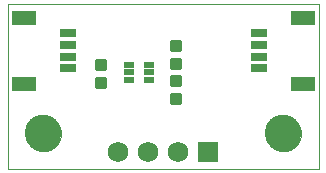
<source format=gts>
G75*
%MOIN*%
%OFA0B0*%
%FSLAX25Y25*%
%IPPOS*%
%LPD*%
%AMOC8*
5,1,8,0,0,1.08239X$1,22.5*
%
%ADD10C,0.00000*%
%ADD11C,0.12211*%
%ADD12C,0.00975*%
%ADD13R,0.05715X0.02762*%
%ADD14R,0.08274X0.05124*%
%ADD15R,0.03353X0.01975*%
%ADD16R,0.06900X0.06900*%
%ADD17C,0.06900*%
D10*
X0001400Y0001400D02*
X0001400Y0056518D01*
X0105022Y0056518D01*
X0105022Y0001400D01*
X0001400Y0001400D01*
X0007305Y0013211D02*
X0007307Y0013364D01*
X0007313Y0013518D01*
X0007323Y0013671D01*
X0007337Y0013823D01*
X0007355Y0013976D01*
X0007377Y0014127D01*
X0007402Y0014278D01*
X0007432Y0014429D01*
X0007466Y0014579D01*
X0007503Y0014727D01*
X0007544Y0014875D01*
X0007589Y0015021D01*
X0007638Y0015167D01*
X0007691Y0015311D01*
X0007747Y0015453D01*
X0007807Y0015594D01*
X0007871Y0015734D01*
X0007938Y0015872D01*
X0008009Y0016008D01*
X0008084Y0016142D01*
X0008161Y0016274D01*
X0008243Y0016404D01*
X0008327Y0016532D01*
X0008415Y0016658D01*
X0008506Y0016781D01*
X0008600Y0016902D01*
X0008698Y0017020D01*
X0008798Y0017136D01*
X0008902Y0017249D01*
X0009008Y0017360D01*
X0009117Y0017468D01*
X0009229Y0017573D01*
X0009343Y0017674D01*
X0009461Y0017773D01*
X0009580Y0017869D01*
X0009702Y0017962D01*
X0009827Y0018051D01*
X0009954Y0018138D01*
X0010083Y0018220D01*
X0010214Y0018300D01*
X0010347Y0018376D01*
X0010482Y0018449D01*
X0010619Y0018518D01*
X0010758Y0018583D01*
X0010898Y0018645D01*
X0011040Y0018703D01*
X0011183Y0018758D01*
X0011328Y0018809D01*
X0011474Y0018856D01*
X0011621Y0018899D01*
X0011769Y0018938D01*
X0011918Y0018974D01*
X0012068Y0019005D01*
X0012219Y0019033D01*
X0012370Y0019057D01*
X0012523Y0019077D01*
X0012675Y0019093D01*
X0012828Y0019105D01*
X0012981Y0019113D01*
X0013134Y0019117D01*
X0013288Y0019117D01*
X0013441Y0019113D01*
X0013594Y0019105D01*
X0013747Y0019093D01*
X0013899Y0019077D01*
X0014052Y0019057D01*
X0014203Y0019033D01*
X0014354Y0019005D01*
X0014504Y0018974D01*
X0014653Y0018938D01*
X0014801Y0018899D01*
X0014948Y0018856D01*
X0015094Y0018809D01*
X0015239Y0018758D01*
X0015382Y0018703D01*
X0015524Y0018645D01*
X0015664Y0018583D01*
X0015803Y0018518D01*
X0015940Y0018449D01*
X0016075Y0018376D01*
X0016208Y0018300D01*
X0016339Y0018220D01*
X0016468Y0018138D01*
X0016595Y0018051D01*
X0016720Y0017962D01*
X0016842Y0017869D01*
X0016961Y0017773D01*
X0017079Y0017674D01*
X0017193Y0017573D01*
X0017305Y0017468D01*
X0017414Y0017360D01*
X0017520Y0017249D01*
X0017624Y0017136D01*
X0017724Y0017020D01*
X0017822Y0016902D01*
X0017916Y0016781D01*
X0018007Y0016658D01*
X0018095Y0016532D01*
X0018179Y0016404D01*
X0018261Y0016274D01*
X0018338Y0016142D01*
X0018413Y0016008D01*
X0018484Y0015872D01*
X0018551Y0015734D01*
X0018615Y0015594D01*
X0018675Y0015453D01*
X0018731Y0015311D01*
X0018784Y0015167D01*
X0018833Y0015021D01*
X0018878Y0014875D01*
X0018919Y0014727D01*
X0018956Y0014579D01*
X0018990Y0014429D01*
X0019020Y0014278D01*
X0019045Y0014127D01*
X0019067Y0013976D01*
X0019085Y0013823D01*
X0019099Y0013671D01*
X0019109Y0013518D01*
X0019115Y0013364D01*
X0019117Y0013211D01*
X0019115Y0013058D01*
X0019109Y0012904D01*
X0019099Y0012751D01*
X0019085Y0012599D01*
X0019067Y0012446D01*
X0019045Y0012295D01*
X0019020Y0012144D01*
X0018990Y0011993D01*
X0018956Y0011843D01*
X0018919Y0011695D01*
X0018878Y0011547D01*
X0018833Y0011401D01*
X0018784Y0011255D01*
X0018731Y0011111D01*
X0018675Y0010969D01*
X0018615Y0010828D01*
X0018551Y0010688D01*
X0018484Y0010550D01*
X0018413Y0010414D01*
X0018338Y0010280D01*
X0018261Y0010148D01*
X0018179Y0010018D01*
X0018095Y0009890D01*
X0018007Y0009764D01*
X0017916Y0009641D01*
X0017822Y0009520D01*
X0017724Y0009402D01*
X0017624Y0009286D01*
X0017520Y0009173D01*
X0017414Y0009062D01*
X0017305Y0008954D01*
X0017193Y0008849D01*
X0017079Y0008748D01*
X0016961Y0008649D01*
X0016842Y0008553D01*
X0016720Y0008460D01*
X0016595Y0008371D01*
X0016468Y0008284D01*
X0016339Y0008202D01*
X0016208Y0008122D01*
X0016075Y0008046D01*
X0015940Y0007973D01*
X0015803Y0007904D01*
X0015664Y0007839D01*
X0015524Y0007777D01*
X0015382Y0007719D01*
X0015239Y0007664D01*
X0015094Y0007613D01*
X0014948Y0007566D01*
X0014801Y0007523D01*
X0014653Y0007484D01*
X0014504Y0007448D01*
X0014354Y0007417D01*
X0014203Y0007389D01*
X0014052Y0007365D01*
X0013899Y0007345D01*
X0013747Y0007329D01*
X0013594Y0007317D01*
X0013441Y0007309D01*
X0013288Y0007305D01*
X0013134Y0007305D01*
X0012981Y0007309D01*
X0012828Y0007317D01*
X0012675Y0007329D01*
X0012523Y0007345D01*
X0012370Y0007365D01*
X0012219Y0007389D01*
X0012068Y0007417D01*
X0011918Y0007448D01*
X0011769Y0007484D01*
X0011621Y0007523D01*
X0011474Y0007566D01*
X0011328Y0007613D01*
X0011183Y0007664D01*
X0011040Y0007719D01*
X0010898Y0007777D01*
X0010758Y0007839D01*
X0010619Y0007904D01*
X0010482Y0007973D01*
X0010347Y0008046D01*
X0010214Y0008122D01*
X0010083Y0008202D01*
X0009954Y0008284D01*
X0009827Y0008371D01*
X0009702Y0008460D01*
X0009580Y0008553D01*
X0009461Y0008649D01*
X0009343Y0008748D01*
X0009229Y0008849D01*
X0009117Y0008954D01*
X0009008Y0009062D01*
X0008902Y0009173D01*
X0008798Y0009286D01*
X0008698Y0009402D01*
X0008600Y0009520D01*
X0008506Y0009641D01*
X0008415Y0009764D01*
X0008327Y0009890D01*
X0008243Y0010018D01*
X0008161Y0010148D01*
X0008084Y0010280D01*
X0008009Y0010414D01*
X0007938Y0010550D01*
X0007871Y0010688D01*
X0007807Y0010828D01*
X0007747Y0010969D01*
X0007691Y0011111D01*
X0007638Y0011255D01*
X0007589Y0011401D01*
X0007544Y0011547D01*
X0007503Y0011695D01*
X0007466Y0011843D01*
X0007432Y0011993D01*
X0007402Y0012144D01*
X0007377Y0012295D01*
X0007355Y0012446D01*
X0007337Y0012599D01*
X0007323Y0012751D01*
X0007313Y0012904D01*
X0007307Y0013058D01*
X0007305Y0013211D01*
X0087305Y0013211D02*
X0087307Y0013364D01*
X0087313Y0013518D01*
X0087323Y0013671D01*
X0087337Y0013823D01*
X0087355Y0013976D01*
X0087377Y0014127D01*
X0087402Y0014278D01*
X0087432Y0014429D01*
X0087466Y0014579D01*
X0087503Y0014727D01*
X0087544Y0014875D01*
X0087589Y0015021D01*
X0087638Y0015167D01*
X0087691Y0015311D01*
X0087747Y0015453D01*
X0087807Y0015594D01*
X0087871Y0015734D01*
X0087938Y0015872D01*
X0088009Y0016008D01*
X0088084Y0016142D01*
X0088161Y0016274D01*
X0088243Y0016404D01*
X0088327Y0016532D01*
X0088415Y0016658D01*
X0088506Y0016781D01*
X0088600Y0016902D01*
X0088698Y0017020D01*
X0088798Y0017136D01*
X0088902Y0017249D01*
X0089008Y0017360D01*
X0089117Y0017468D01*
X0089229Y0017573D01*
X0089343Y0017674D01*
X0089461Y0017773D01*
X0089580Y0017869D01*
X0089702Y0017962D01*
X0089827Y0018051D01*
X0089954Y0018138D01*
X0090083Y0018220D01*
X0090214Y0018300D01*
X0090347Y0018376D01*
X0090482Y0018449D01*
X0090619Y0018518D01*
X0090758Y0018583D01*
X0090898Y0018645D01*
X0091040Y0018703D01*
X0091183Y0018758D01*
X0091328Y0018809D01*
X0091474Y0018856D01*
X0091621Y0018899D01*
X0091769Y0018938D01*
X0091918Y0018974D01*
X0092068Y0019005D01*
X0092219Y0019033D01*
X0092370Y0019057D01*
X0092523Y0019077D01*
X0092675Y0019093D01*
X0092828Y0019105D01*
X0092981Y0019113D01*
X0093134Y0019117D01*
X0093288Y0019117D01*
X0093441Y0019113D01*
X0093594Y0019105D01*
X0093747Y0019093D01*
X0093899Y0019077D01*
X0094052Y0019057D01*
X0094203Y0019033D01*
X0094354Y0019005D01*
X0094504Y0018974D01*
X0094653Y0018938D01*
X0094801Y0018899D01*
X0094948Y0018856D01*
X0095094Y0018809D01*
X0095239Y0018758D01*
X0095382Y0018703D01*
X0095524Y0018645D01*
X0095664Y0018583D01*
X0095803Y0018518D01*
X0095940Y0018449D01*
X0096075Y0018376D01*
X0096208Y0018300D01*
X0096339Y0018220D01*
X0096468Y0018138D01*
X0096595Y0018051D01*
X0096720Y0017962D01*
X0096842Y0017869D01*
X0096961Y0017773D01*
X0097079Y0017674D01*
X0097193Y0017573D01*
X0097305Y0017468D01*
X0097414Y0017360D01*
X0097520Y0017249D01*
X0097624Y0017136D01*
X0097724Y0017020D01*
X0097822Y0016902D01*
X0097916Y0016781D01*
X0098007Y0016658D01*
X0098095Y0016532D01*
X0098179Y0016404D01*
X0098261Y0016274D01*
X0098338Y0016142D01*
X0098413Y0016008D01*
X0098484Y0015872D01*
X0098551Y0015734D01*
X0098615Y0015594D01*
X0098675Y0015453D01*
X0098731Y0015311D01*
X0098784Y0015167D01*
X0098833Y0015021D01*
X0098878Y0014875D01*
X0098919Y0014727D01*
X0098956Y0014579D01*
X0098990Y0014429D01*
X0099020Y0014278D01*
X0099045Y0014127D01*
X0099067Y0013976D01*
X0099085Y0013823D01*
X0099099Y0013671D01*
X0099109Y0013518D01*
X0099115Y0013364D01*
X0099117Y0013211D01*
X0099115Y0013058D01*
X0099109Y0012904D01*
X0099099Y0012751D01*
X0099085Y0012599D01*
X0099067Y0012446D01*
X0099045Y0012295D01*
X0099020Y0012144D01*
X0098990Y0011993D01*
X0098956Y0011843D01*
X0098919Y0011695D01*
X0098878Y0011547D01*
X0098833Y0011401D01*
X0098784Y0011255D01*
X0098731Y0011111D01*
X0098675Y0010969D01*
X0098615Y0010828D01*
X0098551Y0010688D01*
X0098484Y0010550D01*
X0098413Y0010414D01*
X0098338Y0010280D01*
X0098261Y0010148D01*
X0098179Y0010018D01*
X0098095Y0009890D01*
X0098007Y0009764D01*
X0097916Y0009641D01*
X0097822Y0009520D01*
X0097724Y0009402D01*
X0097624Y0009286D01*
X0097520Y0009173D01*
X0097414Y0009062D01*
X0097305Y0008954D01*
X0097193Y0008849D01*
X0097079Y0008748D01*
X0096961Y0008649D01*
X0096842Y0008553D01*
X0096720Y0008460D01*
X0096595Y0008371D01*
X0096468Y0008284D01*
X0096339Y0008202D01*
X0096208Y0008122D01*
X0096075Y0008046D01*
X0095940Y0007973D01*
X0095803Y0007904D01*
X0095664Y0007839D01*
X0095524Y0007777D01*
X0095382Y0007719D01*
X0095239Y0007664D01*
X0095094Y0007613D01*
X0094948Y0007566D01*
X0094801Y0007523D01*
X0094653Y0007484D01*
X0094504Y0007448D01*
X0094354Y0007417D01*
X0094203Y0007389D01*
X0094052Y0007365D01*
X0093899Y0007345D01*
X0093747Y0007329D01*
X0093594Y0007317D01*
X0093441Y0007309D01*
X0093288Y0007305D01*
X0093134Y0007305D01*
X0092981Y0007309D01*
X0092828Y0007317D01*
X0092675Y0007329D01*
X0092523Y0007345D01*
X0092370Y0007365D01*
X0092219Y0007389D01*
X0092068Y0007417D01*
X0091918Y0007448D01*
X0091769Y0007484D01*
X0091621Y0007523D01*
X0091474Y0007566D01*
X0091328Y0007613D01*
X0091183Y0007664D01*
X0091040Y0007719D01*
X0090898Y0007777D01*
X0090758Y0007839D01*
X0090619Y0007904D01*
X0090482Y0007973D01*
X0090347Y0008046D01*
X0090214Y0008122D01*
X0090083Y0008202D01*
X0089954Y0008284D01*
X0089827Y0008371D01*
X0089702Y0008460D01*
X0089580Y0008553D01*
X0089461Y0008649D01*
X0089343Y0008748D01*
X0089229Y0008849D01*
X0089117Y0008954D01*
X0089008Y0009062D01*
X0088902Y0009173D01*
X0088798Y0009286D01*
X0088698Y0009402D01*
X0088600Y0009520D01*
X0088506Y0009641D01*
X0088415Y0009764D01*
X0088327Y0009890D01*
X0088243Y0010018D01*
X0088161Y0010148D01*
X0088084Y0010280D01*
X0088009Y0010414D01*
X0087938Y0010550D01*
X0087871Y0010688D01*
X0087807Y0010828D01*
X0087747Y0010969D01*
X0087691Y0011111D01*
X0087638Y0011255D01*
X0087589Y0011401D01*
X0087544Y0011547D01*
X0087503Y0011695D01*
X0087466Y0011843D01*
X0087432Y0011993D01*
X0087402Y0012144D01*
X0087377Y0012295D01*
X0087355Y0012446D01*
X0087337Y0012599D01*
X0087323Y0012751D01*
X0087313Y0012904D01*
X0087307Y0013058D01*
X0087305Y0013211D01*
D11*
X0093211Y0013211D03*
X0013211Y0013211D03*
D12*
X0033725Y0028687D02*
X0033725Y0031613D01*
X0033725Y0028687D02*
X0030799Y0028687D01*
X0030799Y0031613D01*
X0033725Y0031613D01*
X0033725Y0029661D02*
X0030799Y0029661D01*
X0030799Y0030635D02*
X0033725Y0030635D01*
X0033725Y0031609D02*
X0030799Y0031609D01*
X0033725Y0034687D02*
X0033725Y0037613D01*
X0033725Y0034687D02*
X0030799Y0034687D01*
X0030799Y0037613D01*
X0033725Y0037613D01*
X0033725Y0035661D02*
X0030799Y0035661D01*
X0030799Y0036635D02*
X0033725Y0036635D01*
X0033725Y0037609D02*
X0030799Y0037609D01*
X0058732Y0037981D02*
X0058732Y0035055D01*
X0055806Y0035055D01*
X0055806Y0037981D01*
X0058732Y0037981D01*
X0058732Y0036029D02*
X0055806Y0036029D01*
X0055806Y0037003D02*
X0058732Y0037003D01*
X0058732Y0037977D02*
X0055806Y0037977D01*
X0058732Y0041055D02*
X0058732Y0043981D01*
X0058732Y0041055D02*
X0055806Y0041055D01*
X0055806Y0043981D01*
X0058732Y0043981D01*
X0058732Y0042029D02*
X0055806Y0042029D01*
X0055806Y0043003D02*
X0058732Y0043003D01*
X0058732Y0043977D02*
X0055806Y0043977D01*
X0055768Y0032245D02*
X0055768Y0029319D01*
X0055768Y0032245D02*
X0058694Y0032245D01*
X0058694Y0029319D01*
X0055768Y0029319D01*
X0055768Y0030293D02*
X0058694Y0030293D01*
X0058694Y0031267D02*
X0055768Y0031267D01*
X0055768Y0032241D02*
X0058694Y0032241D01*
X0055768Y0026245D02*
X0055768Y0023319D01*
X0055768Y0026245D02*
X0058694Y0026245D01*
X0058694Y0023319D01*
X0055768Y0023319D01*
X0055768Y0024293D02*
X0058694Y0024293D01*
X0058694Y0025267D02*
X0055768Y0025267D01*
X0055768Y0026241D02*
X0058694Y0026241D01*
D13*
X0085243Y0034865D03*
X0085243Y0038802D03*
X0085243Y0042739D03*
X0085243Y0046676D03*
X0021400Y0046676D03*
X0021400Y0042739D03*
X0021400Y0038802D03*
X0021400Y0034865D03*
D14*
X0006931Y0029746D03*
X0006931Y0051794D03*
X0099712Y0051794D03*
X0099712Y0029746D03*
D15*
X0048317Y0031059D03*
X0048317Y0033677D03*
X0048317Y0036177D03*
X0041820Y0036177D03*
X0041820Y0033618D03*
X0041820Y0031059D03*
D16*
X0068211Y0007000D03*
D17*
X0058211Y0007000D03*
X0048211Y0007000D03*
X0038211Y0007000D03*
M02*

</source>
